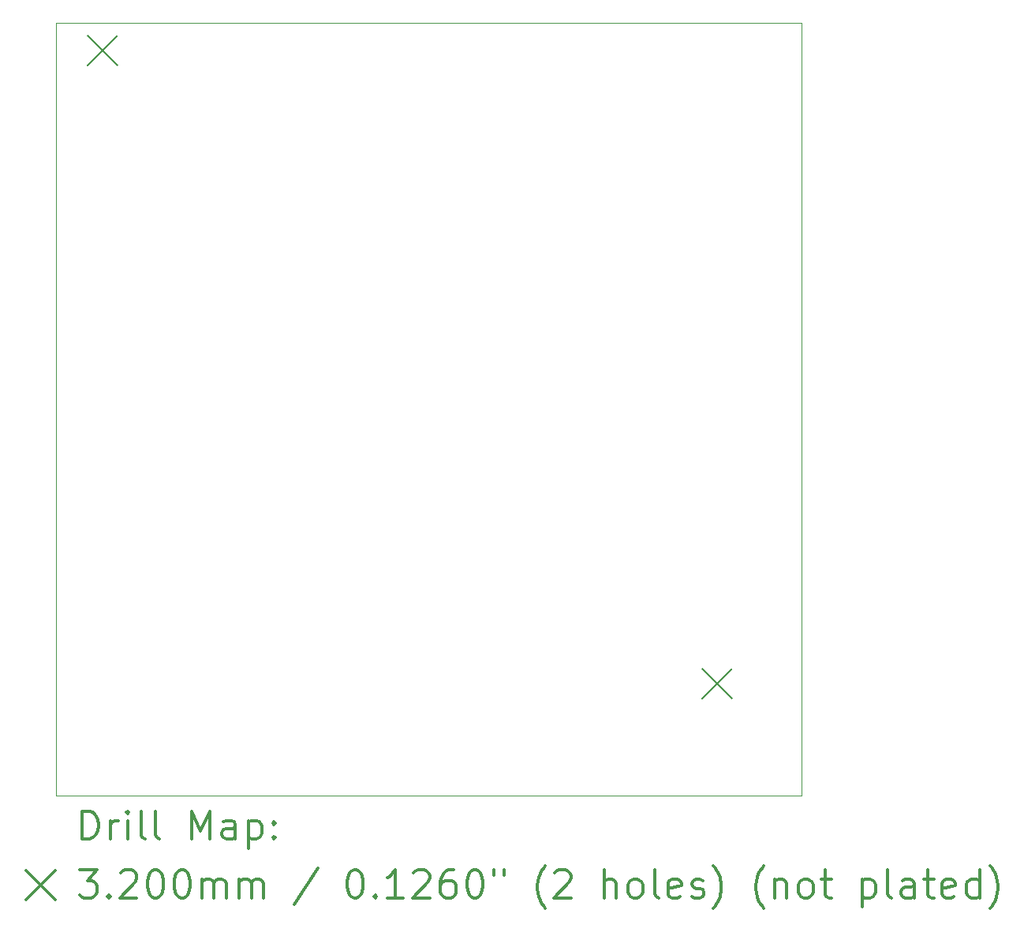
<source format=gbr>
%FSLAX45Y45*%
G04 Gerber Fmt 4.5, Leading zero omitted, Abs format (unit mm)*
G04 Created by KiCad (PCBNEW (5.1.10)-1) date 2022-05-23 20:21:30*
%MOMM*%
%LPD*%
G01*
G04 APERTURE LIST*
%TA.AperFunction,Profile*%
%ADD10C,0.050000*%
%TD*%
%ADD11C,0.200000*%
%ADD12C,0.300000*%
G04 APERTURE END LIST*
D10*
X17300000Y-6200000D02*
X25300000Y-6200000D01*
X17300000Y-14500000D02*
X17300000Y-6200000D01*
X25300000Y-14500000D02*
X17300000Y-14500000D01*
X25300000Y-6200000D02*
X25300000Y-14500000D01*
D11*
X17640000Y-6340000D02*
X17960000Y-6660000D01*
X17960000Y-6340000D02*
X17640000Y-6660000D01*
X24240000Y-13140000D02*
X24560000Y-13460000D01*
X24560000Y-13140000D02*
X24240000Y-13460000D01*
D12*
X17583928Y-14968214D02*
X17583928Y-14668214D01*
X17655357Y-14668214D01*
X17698214Y-14682500D01*
X17726786Y-14711071D01*
X17741071Y-14739643D01*
X17755357Y-14796786D01*
X17755357Y-14839643D01*
X17741071Y-14896786D01*
X17726786Y-14925357D01*
X17698214Y-14953929D01*
X17655357Y-14968214D01*
X17583928Y-14968214D01*
X17883928Y-14968214D02*
X17883928Y-14768214D01*
X17883928Y-14825357D02*
X17898214Y-14796786D01*
X17912500Y-14782500D01*
X17941071Y-14768214D01*
X17969643Y-14768214D01*
X18069643Y-14968214D02*
X18069643Y-14768214D01*
X18069643Y-14668214D02*
X18055357Y-14682500D01*
X18069643Y-14696786D01*
X18083928Y-14682500D01*
X18069643Y-14668214D01*
X18069643Y-14696786D01*
X18255357Y-14968214D02*
X18226786Y-14953929D01*
X18212500Y-14925357D01*
X18212500Y-14668214D01*
X18412500Y-14968214D02*
X18383928Y-14953929D01*
X18369643Y-14925357D01*
X18369643Y-14668214D01*
X18755357Y-14968214D02*
X18755357Y-14668214D01*
X18855357Y-14882500D01*
X18955357Y-14668214D01*
X18955357Y-14968214D01*
X19226786Y-14968214D02*
X19226786Y-14811071D01*
X19212500Y-14782500D01*
X19183928Y-14768214D01*
X19126786Y-14768214D01*
X19098214Y-14782500D01*
X19226786Y-14953929D02*
X19198214Y-14968214D01*
X19126786Y-14968214D01*
X19098214Y-14953929D01*
X19083928Y-14925357D01*
X19083928Y-14896786D01*
X19098214Y-14868214D01*
X19126786Y-14853929D01*
X19198214Y-14853929D01*
X19226786Y-14839643D01*
X19369643Y-14768214D02*
X19369643Y-15068214D01*
X19369643Y-14782500D02*
X19398214Y-14768214D01*
X19455357Y-14768214D01*
X19483928Y-14782500D01*
X19498214Y-14796786D01*
X19512500Y-14825357D01*
X19512500Y-14911071D01*
X19498214Y-14939643D01*
X19483928Y-14953929D01*
X19455357Y-14968214D01*
X19398214Y-14968214D01*
X19369643Y-14953929D01*
X19641071Y-14939643D02*
X19655357Y-14953929D01*
X19641071Y-14968214D01*
X19626786Y-14953929D01*
X19641071Y-14939643D01*
X19641071Y-14968214D01*
X19641071Y-14782500D02*
X19655357Y-14796786D01*
X19641071Y-14811071D01*
X19626786Y-14796786D01*
X19641071Y-14782500D01*
X19641071Y-14811071D01*
X16977500Y-15302500D02*
X17297500Y-15622500D01*
X17297500Y-15302500D02*
X16977500Y-15622500D01*
X17555357Y-15298214D02*
X17741071Y-15298214D01*
X17641071Y-15412500D01*
X17683928Y-15412500D01*
X17712500Y-15426786D01*
X17726786Y-15441071D01*
X17741071Y-15469643D01*
X17741071Y-15541071D01*
X17726786Y-15569643D01*
X17712500Y-15583929D01*
X17683928Y-15598214D01*
X17598214Y-15598214D01*
X17569643Y-15583929D01*
X17555357Y-15569643D01*
X17869643Y-15569643D02*
X17883928Y-15583929D01*
X17869643Y-15598214D01*
X17855357Y-15583929D01*
X17869643Y-15569643D01*
X17869643Y-15598214D01*
X17998214Y-15326786D02*
X18012500Y-15312500D01*
X18041071Y-15298214D01*
X18112500Y-15298214D01*
X18141071Y-15312500D01*
X18155357Y-15326786D01*
X18169643Y-15355357D01*
X18169643Y-15383929D01*
X18155357Y-15426786D01*
X17983928Y-15598214D01*
X18169643Y-15598214D01*
X18355357Y-15298214D02*
X18383928Y-15298214D01*
X18412500Y-15312500D01*
X18426786Y-15326786D01*
X18441071Y-15355357D01*
X18455357Y-15412500D01*
X18455357Y-15483929D01*
X18441071Y-15541071D01*
X18426786Y-15569643D01*
X18412500Y-15583929D01*
X18383928Y-15598214D01*
X18355357Y-15598214D01*
X18326786Y-15583929D01*
X18312500Y-15569643D01*
X18298214Y-15541071D01*
X18283928Y-15483929D01*
X18283928Y-15412500D01*
X18298214Y-15355357D01*
X18312500Y-15326786D01*
X18326786Y-15312500D01*
X18355357Y-15298214D01*
X18641071Y-15298214D02*
X18669643Y-15298214D01*
X18698214Y-15312500D01*
X18712500Y-15326786D01*
X18726786Y-15355357D01*
X18741071Y-15412500D01*
X18741071Y-15483929D01*
X18726786Y-15541071D01*
X18712500Y-15569643D01*
X18698214Y-15583929D01*
X18669643Y-15598214D01*
X18641071Y-15598214D01*
X18612500Y-15583929D01*
X18598214Y-15569643D01*
X18583928Y-15541071D01*
X18569643Y-15483929D01*
X18569643Y-15412500D01*
X18583928Y-15355357D01*
X18598214Y-15326786D01*
X18612500Y-15312500D01*
X18641071Y-15298214D01*
X18869643Y-15598214D02*
X18869643Y-15398214D01*
X18869643Y-15426786D02*
X18883928Y-15412500D01*
X18912500Y-15398214D01*
X18955357Y-15398214D01*
X18983928Y-15412500D01*
X18998214Y-15441071D01*
X18998214Y-15598214D01*
X18998214Y-15441071D02*
X19012500Y-15412500D01*
X19041071Y-15398214D01*
X19083928Y-15398214D01*
X19112500Y-15412500D01*
X19126786Y-15441071D01*
X19126786Y-15598214D01*
X19269643Y-15598214D02*
X19269643Y-15398214D01*
X19269643Y-15426786D02*
X19283928Y-15412500D01*
X19312500Y-15398214D01*
X19355357Y-15398214D01*
X19383928Y-15412500D01*
X19398214Y-15441071D01*
X19398214Y-15598214D01*
X19398214Y-15441071D02*
X19412500Y-15412500D01*
X19441071Y-15398214D01*
X19483928Y-15398214D01*
X19512500Y-15412500D01*
X19526786Y-15441071D01*
X19526786Y-15598214D01*
X20112500Y-15283929D02*
X19855357Y-15669643D01*
X20498214Y-15298214D02*
X20526786Y-15298214D01*
X20555357Y-15312500D01*
X20569643Y-15326786D01*
X20583928Y-15355357D01*
X20598214Y-15412500D01*
X20598214Y-15483929D01*
X20583928Y-15541071D01*
X20569643Y-15569643D01*
X20555357Y-15583929D01*
X20526786Y-15598214D01*
X20498214Y-15598214D01*
X20469643Y-15583929D01*
X20455357Y-15569643D01*
X20441071Y-15541071D01*
X20426786Y-15483929D01*
X20426786Y-15412500D01*
X20441071Y-15355357D01*
X20455357Y-15326786D01*
X20469643Y-15312500D01*
X20498214Y-15298214D01*
X20726786Y-15569643D02*
X20741071Y-15583929D01*
X20726786Y-15598214D01*
X20712500Y-15583929D01*
X20726786Y-15569643D01*
X20726786Y-15598214D01*
X21026786Y-15598214D02*
X20855357Y-15598214D01*
X20941071Y-15598214D02*
X20941071Y-15298214D01*
X20912500Y-15341071D01*
X20883928Y-15369643D01*
X20855357Y-15383929D01*
X21141071Y-15326786D02*
X21155357Y-15312500D01*
X21183928Y-15298214D01*
X21255357Y-15298214D01*
X21283928Y-15312500D01*
X21298214Y-15326786D01*
X21312500Y-15355357D01*
X21312500Y-15383929D01*
X21298214Y-15426786D01*
X21126786Y-15598214D01*
X21312500Y-15598214D01*
X21569643Y-15298214D02*
X21512500Y-15298214D01*
X21483928Y-15312500D01*
X21469643Y-15326786D01*
X21441071Y-15369643D01*
X21426786Y-15426786D01*
X21426786Y-15541071D01*
X21441071Y-15569643D01*
X21455357Y-15583929D01*
X21483928Y-15598214D01*
X21541071Y-15598214D01*
X21569643Y-15583929D01*
X21583928Y-15569643D01*
X21598214Y-15541071D01*
X21598214Y-15469643D01*
X21583928Y-15441071D01*
X21569643Y-15426786D01*
X21541071Y-15412500D01*
X21483928Y-15412500D01*
X21455357Y-15426786D01*
X21441071Y-15441071D01*
X21426786Y-15469643D01*
X21783928Y-15298214D02*
X21812500Y-15298214D01*
X21841071Y-15312500D01*
X21855357Y-15326786D01*
X21869643Y-15355357D01*
X21883928Y-15412500D01*
X21883928Y-15483929D01*
X21869643Y-15541071D01*
X21855357Y-15569643D01*
X21841071Y-15583929D01*
X21812500Y-15598214D01*
X21783928Y-15598214D01*
X21755357Y-15583929D01*
X21741071Y-15569643D01*
X21726786Y-15541071D01*
X21712500Y-15483929D01*
X21712500Y-15412500D01*
X21726786Y-15355357D01*
X21741071Y-15326786D01*
X21755357Y-15312500D01*
X21783928Y-15298214D01*
X21998214Y-15298214D02*
X21998214Y-15355357D01*
X22112500Y-15298214D02*
X22112500Y-15355357D01*
X22555357Y-15712500D02*
X22541071Y-15698214D01*
X22512500Y-15655357D01*
X22498214Y-15626786D01*
X22483928Y-15583929D01*
X22469643Y-15512500D01*
X22469643Y-15455357D01*
X22483928Y-15383929D01*
X22498214Y-15341071D01*
X22512500Y-15312500D01*
X22541071Y-15269643D01*
X22555357Y-15255357D01*
X22655357Y-15326786D02*
X22669643Y-15312500D01*
X22698214Y-15298214D01*
X22769643Y-15298214D01*
X22798214Y-15312500D01*
X22812500Y-15326786D01*
X22826786Y-15355357D01*
X22826786Y-15383929D01*
X22812500Y-15426786D01*
X22641071Y-15598214D01*
X22826786Y-15598214D01*
X23183928Y-15598214D02*
X23183928Y-15298214D01*
X23312500Y-15598214D02*
X23312500Y-15441071D01*
X23298214Y-15412500D01*
X23269643Y-15398214D01*
X23226786Y-15398214D01*
X23198214Y-15412500D01*
X23183928Y-15426786D01*
X23498214Y-15598214D02*
X23469643Y-15583929D01*
X23455357Y-15569643D01*
X23441071Y-15541071D01*
X23441071Y-15455357D01*
X23455357Y-15426786D01*
X23469643Y-15412500D01*
X23498214Y-15398214D01*
X23541071Y-15398214D01*
X23569643Y-15412500D01*
X23583928Y-15426786D01*
X23598214Y-15455357D01*
X23598214Y-15541071D01*
X23583928Y-15569643D01*
X23569643Y-15583929D01*
X23541071Y-15598214D01*
X23498214Y-15598214D01*
X23769643Y-15598214D02*
X23741071Y-15583929D01*
X23726786Y-15555357D01*
X23726786Y-15298214D01*
X23998214Y-15583929D02*
X23969643Y-15598214D01*
X23912500Y-15598214D01*
X23883928Y-15583929D01*
X23869643Y-15555357D01*
X23869643Y-15441071D01*
X23883928Y-15412500D01*
X23912500Y-15398214D01*
X23969643Y-15398214D01*
X23998214Y-15412500D01*
X24012500Y-15441071D01*
X24012500Y-15469643D01*
X23869643Y-15498214D01*
X24126786Y-15583929D02*
X24155357Y-15598214D01*
X24212500Y-15598214D01*
X24241071Y-15583929D01*
X24255357Y-15555357D01*
X24255357Y-15541071D01*
X24241071Y-15512500D01*
X24212500Y-15498214D01*
X24169643Y-15498214D01*
X24141071Y-15483929D01*
X24126786Y-15455357D01*
X24126786Y-15441071D01*
X24141071Y-15412500D01*
X24169643Y-15398214D01*
X24212500Y-15398214D01*
X24241071Y-15412500D01*
X24355357Y-15712500D02*
X24369643Y-15698214D01*
X24398214Y-15655357D01*
X24412500Y-15626786D01*
X24426786Y-15583929D01*
X24441071Y-15512500D01*
X24441071Y-15455357D01*
X24426786Y-15383929D01*
X24412500Y-15341071D01*
X24398214Y-15312500D01*
X24369643Y-15269643D01*
X24355357Y-15255357D01*
X24898214Y-15712500D02*
X24883928Y-15698214D01*
X24855357Y-15655357D01*
X24841071Y-15626786D01*
X24826786Y-15583929D01*
X24812500Y-15512500D01*
X24812500Y-15455357D01*
X24826786Y-15383929D01*
X24841071Y-15341071D01*
X24855357Y-15312500D01*
X24883928Y-15269643D01*
X24898214Y-15255357D01*
X25012500Y-15398214D02*
X25012500Y-15598214D01*
X25012500Y-15426786D02*
X25026786Y-15412500D01*
X25055357Y-15398214D01*
X25098214Y-15398214D01*
X25126786Y-15412500D01*
X25141071Y-15441071D01*
X25141071Y-15598214D01*
X25326786Y-15598214D02*
X25298214Y-15583929D01*
X25283928Y-15569643D01*
X25269643Y-15541071D01*
X25269643Y-15455357D01*
X25283928Y-15426786D01*
X25298214Y-15412500D01*
X25326786Y-15398214D01*
X25369643Y-15398214D01*
X25398214Y-15412500D01*
X25412500Y-15426786D01*
X25426786Y-15455357D01*
X25426786Y-15541071D01*
X25412500Y-15569643D01*
X25398214Y-15583929D01*
X25369643Y-15598214D01*
X25326786Y-15598214D01*
X25512500Y-15398214D02*
X25626786Y-15398214D01*
X25555357Y-15298214D02*
X25555357Y-15555357D01*
X25569643Y-15583929D01*
X25598214Y-15598214D01*
X25626786Y-15598214D01*
X25955357Y-15398214D02*
X25955357Y-15698214D01*
X25955357Y-15412500D02*
X25983928Y-15398214D01*
X26041071Y-15398214D01*
X26069643Y-15412500D01*
X26083928Y-15426786D01*
X26098214Y-15455357D01*
X26098214Y-15541071D01*
X26083928Y-15569643D01*
X26069643Y-15583929D01*
X26041071Y-15598214D01*
X25983928Y-15598214D01*
X25955357Y-15583929D01*
X26269643Y-15598214D02*
X26241071Y-15583929D01*
X26226786Y-15555357D01*
X26226786Y-15298214D01*
X26512500Y-15598214D02*
X26512500Y-15441071D01*
X26498214Y-15412500D01*
X26469643Y-15398214D01*
X26412500Y-15398214D01*
X26383928Y-15412500D01*
X26512500Y-15583929D02*
X26483928Y-15598214D01*
X26412500Y-15598214D01*
X26383928Y-15583929D01*
X26369643Y-15555357D01*
X26369643Y-15526786D01*
X26383928Y-15498214D01*
X26412500Y-15483929D01*
X26483928Y-15483929D01*
X26512500Y-15469643D01*
X26612500Y-15398214D02*
X26726786Y-15398214D01*
X26655357Y-15298214D02*
X26655357Y-15555357D01*
X26669643Y-15583929D01*
X26698214Y-15598214D01*
X26726786Y-15598214D01*
X26941071Y-15583929D02*
X26912500Y-15598214D01*
X26855357Y-15598214D01*
X26826786Y-15583929D01*
X26812500Y-15555357D01*
X26812500Y-15441071D01*
X26826786Y-15412500D01*
X26855357Y-15398214D01*
X26912500Y-15398214D01*
X26941071Y-15412500D01*
X26955357Y-15441071D01*
X26955357Y-15469643D01*
X26812500Y-15498214D01*
X27212500Y-15598214D02*
X27212500Y-15298214D01*
X27212500Y-15583929D02*
X27183928Y-15598214D01*
X27126786Y-15598214D01*
X27098214Y-15583929D01*
X27083928Y-15569643D01*
X27069643Y-15541071D01*
X27069643Y-15455357D01*
X27083928Y-15426786D01*
X27098214Y-15412500D01*
X27126786Y-15398214D01*
X27183928Y-15398214D01*
X27212500Y-15412500D01*
X27326786Y-15712500D02*
X27341071Y-15698214D01*
X27369643Y-15655357D01*
X27383928Y-15626786D01*
X27398214Y-15583929D01*
X27412500Y-15512500D01*
X27412500Y-15455357D01*
X27398214Y-15383929D01*
X27383928Y-15341071D01*
X27369643Y-15312500D01*
X27341071Y-15269643D01*
X27326786Y-15255357D01*
M02*

</source>
